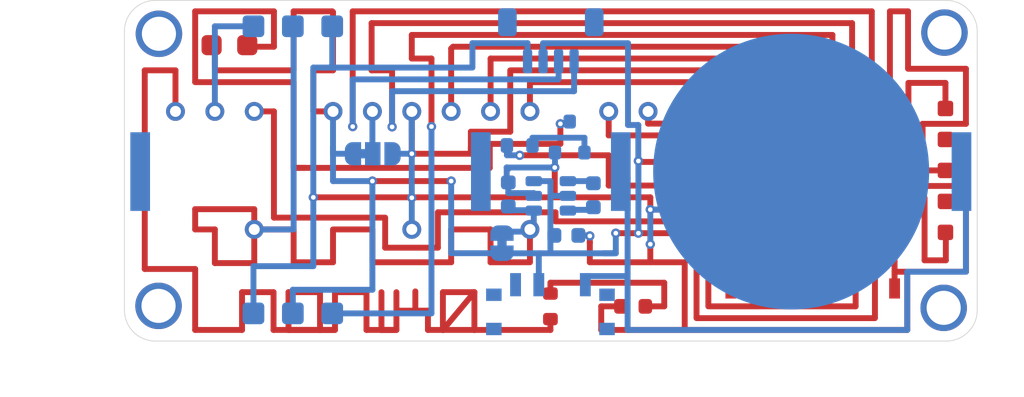
<source format=kicad_pcb>
(kicad_pcb (version 20240108) (generator "pcbnew") (generator_version "8.0")
  (title_block (title "Nick's Original Name Indicator Knicknack (v0)"))
  (layers (0 "F.Cu" signal) (31 "B.Cu" signal) (34 "B.Paste" user) (35 "F.Paste" user) (36 "B.SilkS" user "B.Silkscreen") (37 "F.SilkS" user "F.Silkscreen") (38 "B.Mask" user) (39 "F.Mask" user) (44 "Edge.Cuts" user))
  (net 0 "")
  (net 1 "CE")
  (net 2 "GND")
  (net 3 "DIN")
  (net 4 "Net-(BT1-+)")
  (net 5 "BL")
  (net 6 "RS")
  (net 7 "CLK")
  (net 8 "UPDI")
  (net 9 "VCC")
  (net 10 "BTN1")
  (net 11 "BTN2")
  (net 13 "DOUT")
  (net 14 "SCL")
  (net 15 "SDA")
  (net 16 "RESET")
  (net 18 "Net-(BZ1--)")
  (net 19 "Net-(D1-A)")
  (net 20 "BUZZ")
  (net 21 "Net-(U3-C+)")
  (net 22 "Net-(U3-C-)")
  (net 23 "Vled")
  (net 24 "OSC")
  (net 25 "Net-(JP2-C)")
  (net 26 "Net-(Q1-B)")
  (footprint "NONIK0:SW_SPST_PTS526_JLeads" (layer "F.Cu") (at 90.7034 33.8836 90)
    (property "Reference" "SW3" (hide yes))
    (property "Value" "SW_Push")
    (pad "1" smd rect (at -2.35 -1.85 90) (size 1.3 0.7) (layers "F.Cu" "F.Paste" "F.Mask") (net 11 "BTN2"))
    (pad "1" smd rect (at 2.35 -1.85 90) (size 1.3 0.7) (layers "F.Cu" "F.Paste" "F.Mask") (net 11 "BTN2"))
    (pad "2" smd rect (at -2.35 1.85 90) (size 1.3 0.7) (layers "F.Cu" "F.Paste" "F.Mask") (net 2 "GND"))
    (pad "2" smd rect (at 2.35 1.85 90) (size 1.3 0.7) (layers "F.Cu" "F.Paste" "F.Mask") (net 2 "GND"))
  )
  (footprint "NONIK0:Pads_1x5_1mm" (layer "F.Cu") (at 95.8342 28.6116 -90)
    (property "Reference" "J3" (hide yes))
    (property "Value" "Test Pads" (hide yes))
    (pad "1" smd roundrect (at -4 0 270) (size 1 1) (layers "F.Cu" "F.Mask") (roundrect_rratio 0.1785714286) (net 14 "SCL"))
    (pad "2" smd roundrect (at -2 0 270) (size 1 1) (layers "F.Cu" "F.Mask") (roundrect_rratio 0.1785714286) (net 3 "DIN"))
    (pad "3" smd roundrect (at 0 0 270) (size 1 1) (layers "F.Cu" "F.Mask") (roundrect_rratio 0.1785714286) (net 15 "SDA"))
    (pad "4" smd roundrect (at 2 0 270) (size 1 1) (layers "F.Cu" "F.Mask") (roundrect_rratio 0.1785714286) (net 2 "GND"))
    (pad "5" smd roundrect (at 4 0 270) (size 1 1) (layers "F.Cu" "F.Mask") (roundrect_rratio 0.1785714286) (net 9 "VCC"))
  )
  (footprint "NONIK0:R_0603_1608Metric" (layer "F.Cu") (at 70.358 37.3888 -90)
    (property "Reference" "R1" (hide yes))
    (property "Value" "1k")
    (pad "1" smd roundrect (at -0.825 0 270) (size 0.8 0.95) (layers "F.Cu" "F.Paste" "F.Mask") (net 19 "Net-(D1-A)"))
    (pad "2" smd roundrect (at 0.825 0 270) (size 0.8 0.95) (layers "F.Cu" "F.Paste" "F.Mask") (net 13 "DOUT"))
  )
  (footprint "NONIK0:MountingHole_Custom" (layer "F.Cu") (at 45.1104 19.7884)
    (property "Reference" "H1" (hide yes))
    (property "Value" "MountingHole")
    (pad "1" thru_hole circle (at 0 0) (size 3 3) (drill 2.2) (layers "*.Cu" "*.Mask"))
  )
  (footprint "NONIK0:CMT-322-65-SMT-TR" (layer "F.Cu") (at 49.657 20.5232 90)
    (property "Reference" "BZ1" (hide yes))
    (property "Value" "Buzzer")
    (pad "1" smd roundrect (at 0 -1.15 90) (size 1.3 1.3) (layers "F.Cu" "F.Paste" "F.Mask") (net 9 "VCC"))
    (pad "2" smd roundrect (at 0 1.15 90) (size 1.3 1.3) (layers "F.Cu" "F.Paste" "F.Mask") (net 18 "Net-(BZ1--)"))
  )
  (footprint "NONIK0:MountingHole_Custom" (layer "F.Cu") (at 45.085 37.3586)
    (property "Reference" "H2" (hide yes))
    (property "Value" "MountingHole")
    (pad "1" thru_hole circle (at 0 0) (size 3 3) (drill 2.2) (layers "*.Cu" "*.Mask"))
  )
  (footprint "NONIK0:HCMS-291X" (layer "F.Cu") (at 61.4172 28.6116)
    (property "Reference" "U1" (hide yes))
    (property "Value" "LED_HCMS-2915")
    (pad "3" thru_hole circle (at -10.16 3.81) (size 1.218 1.218) (drill 0.71) (layers "*.Cu" "*.Mask") (net 23 "Vled"))
    (pad "7" thru_hole circle (at 0 3.81) (size 1.218 1.218) (drill 0.71) (layers "*.Cu" "*.Mask") (net 2 "GND"))
    (pad "10" thru_hole circle (at 7.62 3.81) (size 1.218 1.218) (drill 0.71) (layers "*.Cu" "*.Mask") (net 23 "Vled"))
    (pad "14" thru_hole circle (at 15.24 -3.81) (size 1.218 1.218) (drill 0.71) (layers "*.Cu" "*.Mask") (net 3 "DIN"))
    (pad "15" thru_hole circle (at 12.7 -3.81) (size 1.218 1.218) (drill 0.71) (layers "*.Cu" "*.Mask") (net 6 "RS"))
    (pad "17" thru_hole circle (at 7.62 -3.81) (size 1.218 1.218) (drill 0.71) (layers "*.Cu" "*.Mask") (net 7 "CLK"))
    (pad "18" thru_hole circle (at 5.08 -3.81) (size 1.218 1.218) (drill 0.71) (layers "*.Cu" "*.Mask") (net 1 "CE"))
    (pad "19" thru_hole circle (at 2.54 -3.81) (size 1.218 1.218) (drill 0.71) (layers "*.Cu" "*.Mask") (net 5 "BL"))
    (pad "20" thru_hole circle (at 0 -3.81) (size 1.218 1.218) (drill 0.71) (layers "*.Cu" "*.Mask") (net 2 "GND"))
    (pad "21" thru_hole circle (at -2.54 -3.81) (size 1.218 1.218) (drill 0.71) (layers "*.Cu" "*.Mask") (net 25 "Net-(JP2-C)"))
    (pad "22" thru_hole circle (at -5.08 -3.81) (size 1.218 1.218) (drill 0.71) (layers "*.Cu" "*.Mask") (net 9 "VCC"))
    (pad "24" thru_hole circle (at -10.16 -3.81) (size 1.218 1.218) (drill 0.71) (layers "*.Cu" "*.Mask") (net 16 "RESET"))
    (pad "25" thru_hole circle (at -12.7 -3.81) (size 1.218 1.218) (drill 0.71) (layers "*.Cu" "*.Mask") (net 24 "OSC"))
    (pad "26" thru_hole circle (at -15.24 -3.81) (size 1.218 1.218) (drill 0.71) (layers "*.Cu" "*.Mask") (net 13 "DOUT"))
  )
  (footprint "NONIK0:MountingHole_Custom" (layer "F.Cu") (at 95.7712 19.7122)
    (property "Reference" "H3" (hide yes))
    (property "Value" "MountingHole")
    (pad "1" thru_hole circle (at 0 0) (size 3 3) (drill 2.2) (layers "*.Cu" "*.Mask"))
  )
  (footprint "NONIK0:SW_SPST_PTS526_JLeads" (layer "F.Cu") (at 83.8454 33.8836 -90)
    (property "Reference" "SW2" (hide yes))
    (property "Value" "SW_Push")
    (pad "1" smd rect (at -2.35 -1.85 270) (size 1.3 0.7) (layers "F.Cu" "F.Paste" "F.Mask") (net 10 "BTN1"))
    (pad "1" smd rect (at 2.35 -1.85 270) (size 1.3 0.7) (layers "F.Cu" "F.Paste" "F.Mask") (net 10 "BTN1"))
    (pad "2" smd rect (at -2.35 1.85 270) (size 1.3 0.7) (layers "F.Cu" "F.Paste" "F.Mask") (net 2 "GND"))
    (pad "2" smd rect (at 2.35 1.85 270) (size 1.3 0.7) (layers "F.Cu" "F.Paste" "F.Mask") (net 2 "GND"))
  )
  (footprint "NONIK0:MountingHole_Custom" (layer "F.Cu") (at 95.7204 37.4856)
    (property "Reference" "H4" (hide yes))
    (property "Value" "MountingHole")
    (pad "1" thru_hole circle (at 0 0) (size 3 3) (drill 2.2) (layers "*.Cu" "*.Mask"))
  )
  (footprint "NONIK0:LED_0603_1608Metric" (layer "F.Cu") (at 75.692 37.3888)
    (property "Reference" "D1" (hide yes))
    (property "Value" "LED")
    (pad "1" smd roundrect (at -0.7875 0) (size 0.875 0.95) (layers "F.Cu" "F.Paste" "F.Mask") (net 2 "GND"))
    (pad "2" smd roundrect (at 0.7875 0) (size 0.875 0.95) (layers "F.Cu" "F.Paste" "F.Mask") (net 19 "Net-(D1-A)"))
  )
  (footprint "NONIK0:SOIC-14_3.9x8.7mm_P1.27mm" (layer "F.Cu") (at 87.2744 25.589 90)
    (property "Reference" "U2" (hide yes))
    (property "Value" "ATtiny1604-SS")
    (pad "1" smd roundrect (at -2.475 -3.81 90) (size 1.95 0.6) (layers "F.Cu" "F.Paste" "F.Mask") (net 9 "VCC"))
    (pad "2" smd roundrect (at -2.475 -2.54 90) (size 1.95 0.6) (layers "F.Cu" "F.Paste" "F.Mask") (net 6 "RS"))
    (pad "3" smd roundrect (at -2.475 -1.27 90) (size 1.95 0.6) (layers "F.Cu" "F.Paste" "F.Mask") (net 20 "BUZZ"))
    (pad "4" smd roundrect (at -2.475 0 90) (size 1.95 0.6) (layers "F.Cu" "F.Paste" "F.Mask") (net 3 "DIN"))
    (pad "5" smd roundrect (at -2.475 1.27 90) (size 1.95 0.6) (layers "F.Cu" "F.Paste" "F.Mask") (net 10 "BTN1"))
    (pad "6" smd roundrect (at -2.475 2.54 90) (size 1.95 0.6) (layers "F.Cu" "F.Paste" "F.Mask") (net 11 "BTN2"))
    (pad "7" smd roundrect (at -2.475 3.81 90) (size 1.95 0.6) (layers "F.Cu" "F.Paste" "F.Mask") (net 16 "RESET"))
    (pad "8" smd roundrect (at 2.475 3.81 90) (size 1.95 0.6) (layers "F.Cu" "F.Paste" "F.Mask") (net 15 "SDA"))
    (pad "9" smd roundrect (at 2.475 2.54 90) (size 1.95 0.6) (layers "F.Cu" "F.Paste" "F.Mask") (net 14 "SCL"))
    (pad "10" smd roundrect (at 2.475 1.27 90) (size 1.95 0.6) (layers "F.Cu" "F.Paste" "F.Mask") (net 8 "UPDI"))
    (pad "11" smd roundrect (at 2.475 0 90) (size 1.95 0.6) (layers "F.Cu" "F.Paste" "F.Mask") (net 5 "BL"))
    (pad "12" smd roundrect (at 2.475 -1.27 90) (size 1.95 0.6) (layers "F.Cu" "F.Paste" "F.Mask") (net 1 "CE"))
    (pad "13" smd roundrect (at 2.475 -2.54 90) (size 1.95 0.6) (layers "F.Cu" "F.Paste" "F.Mask") (net 7 "CLK"))
    (pad "14" smd roundrect (at 2.475 -3.81 90) (size 1.95 0.6) (layers "F.Cu" "F.Paste" "F.Mask") (net 2 "GND"))
  )
  (footprint "NONIK0:SW_SPDT_PCM12" (layer "B.Cu") (at 70.3594 37.42075 180)
    (property "Reference" "SW1" (hide yes))
    (property "Value" "SW_SPST")
    (pad "" smd rect (at -3.65 -1.43 180) (size 1 0.8) (layers "B.Cu" "B.Paste" "B.Mask"))
    (pad "" smd rect (at -3.65 0.78 180) (size 1 0.8) (layers "B.Cu" "B.Paste" "B.Mask"))
    (pad "" np_thru_hole circle (at -1.5 -0.33 180) (size 0.9 0.9) (drill 0.9) (layers "*.Cu" "*.Mask"))
    (pad "" np_thru_hole circle (at 1.5 -0.33 180) (size 0.9 0.9) (drill 0.9) (layers "*.Cu" "*.Mask"))
    (pad "" smd rect (at 3.65 -1.43 180) (size 1 0.8) (layers "B.Cu" "B.Paste" "B.Mask"))
    (pad "" smd rect (at 3.65 0.78 180) (size 1 0.8) (layers "B.Cu" "B.Paste" "B.Mask"))
    (pad "1" smd rect (at -2.25 1.43 180) (size 0.7 1.5) (layers "B.Cu" "B.Paste" "B.Mask") (net 4 "Net-(BT1-+)"))
    (pad "2" smd rect (at 0.75 1.43 180) (size 0.7 1.5) (layers "B.Cu" "B.Paste" "B.Mask") (net 9 "VCC"))
    (pad "3" smd rect (at 2.25 1.43 180) (size 0.7 1.5) (layers "B.Cu" "B.Paste" "B.Mask"))
  )
  (footprint "NONIK0:SpareBatteryHolder_Keystone_3034_1x20mm" (layer "B.Cu") (at 54.885558 28.6878 180)
    (property "Reference" "BT2" (hide yes))
    (property "Value" "Battery_Cell")
    (pad "1" smd rect (at -10.985 0 180) (size 1.27 5.08) (layers "B.Cu" "B.Paste" "B.Mask"))
    (pad "2" smd rect (at 10.985 0 180) (size 1.27 5.08) (layers "B.Cu" "B.Paste" "B.Mask"))
  )
  (footprint "NONIK0:SOT-23-SmallerCourtyard" (layer "B.Cu") (at 71.6026 26.457399 90)
    (property "Reference" "Q1" (hide yes))
    (property "Value" "S8050" (hide yes))
    (pad "1" smd roundrect (at -0.999999 -0.95 90) (size 0.9 0.8) (layers "B.Cu" "B.Paste" "B.Mask") (net 2 "GND"))
    (pad "2" smd roundrect (at -1.000001 0.95 90) (size 0.9 0.8) (layers "B.Cu" "B.Paste" "B.Mask") (net 26 "Net-(Q1-B)"))
    (pad "3" smd roundrect (at 1.000001 0 90) (size 0.9 0.8) (layers "B.Cu" "B.Paste" "B.Mask") (net 18 "Net-(BZ1--)"))
  )
  (footprint "NONIK0:Pads_1x3_2.54mm" (layer "B.Cu") (at 51.2064 19.304)
    (property "Reference" "J4" (hide yes))
    (property "Value" "Test Pads" (hide yes))
    (pad "1" smd roundrect (at 0 0) (size 1.4 1.4) (layers "B.Cu" "B.Mask") (roundrect_rratio 0.1785714286) (net 24 "OSC"))
    (pad "2" smd roundrect (at 2.54 0) (size 1.4 1.4) (layers "B.Cu" "B.Mask") (roundrect_rratio 0.1785714286) (net 23 "Vled"))
    (pad "3" smd roundrect (at 5.080001 -0.000001) (size 1.4 1.4) (layers "B.Cu" "B.Mask") (roundrect_rratio 0.1785714286) (net 2 "GND"))
  )
  (footprint "NONIK0:BatteryHolder_Keystone_3034_1x20mm" (layer "B.Cu") (at 85.883242 28.6878 180)
    (property "Reference" "BT1" (hide yes))
    (property "Value" "Battery_Cell")
    (pad "1" smd rect (at -10.985 0 180) (size 1.27 5.08) (layers "B.Cu" "B.Paste" "B.Mask") (net 4 "Net-(BT1-+)"))
    (pad "1" smd rect (at 10.985 0 180) (size 1.27 5.08) (layers "B.Cu" "B.Paste" "B.Mask") (net 4 "Net-(BT1-+)"))
    (pad "2" smd circle (at 0 0 180) (size 17.8 17.8) (layers "B.Cu" "B.Mask") (net 2 "GND"))
  )
  (footprint "NONIK0:SolderJumper-2_P1.3mm_Bridged_RoundedPad1.0x1.5mm" (layer "B.Cu") (at 67.233798 33.309799 -90)
    (property "Reference" "JP1" (hide yes))
    (property "Value" "SolderJumper_2_Bridged")
    (fp_poly (pts (xy 0.25 0.3) (xy -0.25 0.3) (xy -0.25 -0.3) (xy 0.25 -0.3)) (fill solid) (layer "B.Cu"))
    (pad "1" smd custom (at -0.65 0 270) (size 1 0.5) (layers "B.Cu" "B.Mask") (net 23 "Vled") (options (clearance outline) (anchor rect)) (primitives (gr_circle (center 0 -0.25) (end 0.5 -0.25) (width 0) (fill yes)) (gr_circle (center 0 0.25) (end 0.5 0.25) (width 0) (fill yes)) (gr_poly (pts (xy 0.5 -0.75) (xy 0 -0.75) (xy 0 0.75) (xy 0.5 0.75)) (width 0) (fill yes))))
    (pad "2" smd custom (at 0.65 0 270) (size 1 0.5) (layers "B.Cu" "B.Mask") (net 9 "VCC") (options (clearance outline) (anchor rect)) (primitives (gr_circle (center 0 -0.25) (end 0.5 -0.25) (width 0) (fill yes)) (gr_circle (center 0 0.25) (end 0.5 0.25) (width 0) (fill yes)) (gr_poly (pts (xy 0 -0.75) (xy -0.5 -0.75) (xy -0.5 0.75) (xy 0 0.75)) (width 0) (fill yes))))
  )
  (footprint "NONIK0:Pads_1x3_2.54mm" (layer "B.Cu") (at 56.2864 37.843 180)
    (property "Reference" "J1" (hide yes))
    (property "Value" "AVR-UPDI-3" (hide yes))
    (pad "1" smd roundrect (at 0 0 180) (size 1.4 1.4) (layers "B.Cu" "B.Mask") (roundrect_rratio 0.1785714286) (net 8 "UPDI"))
    (pad "2" smd roundrect (at 2.54 0 180) (size 1.4 1.4) (layers "B.Cu" "B.Mask") (roundrect_rratio 0.1785714286) (net 9 "VCC"))
    (pad "3" smd roundrect (at 5.080001 -0.000001 180) (size 1.4 1.4) (layers "B.Cu" "B.Mask") (roundrect_rratio 0.1785714286) (net 2 "GND"))
  )
  (footprint "NONIK0:C_0603_1608Metric" (layer "B.Cu") (at 71.3864 32.807399 180)
    (property "Reference" "C1" (hide yes))
    (property "Value" "10u")
    (pad "1" smd roundrect (at -0.775 0 180) (size 0.9 0.95) (layers "B.Cu" "B.Paste" "B.Mask") (net 2 "GND"))
    (pad "2" smd roundrect (at 0.775 0 180) (size 0.9 0.95) (layers "B.Cu" "B.Paste" "B.Mask") (net 9 "VCC"))
  )
  (footprint "NONIK0:C_0603_1608Metric" (layer "B.Cu") (at 67.6402 30.1622 -90)
    (property "Reference" "C3" (hide yes))
    (property "Value" "10u")
    (pad "1" smd roundrect (at -0.775 0 270) (size 0.9 0.95) (layers "B.Cu" "B.Paste" "B.Mask") (net 2 "GND"))
    (pad "2" smd roundrect (at 0.775 0 270) (size 0.9 0.95) (layers "B.Cu" "B.Paste" "B.Mask") (net 23 "Vled"))
  )
  (footprint "NONIK0:C_0603_1608Metric" (layer "B.Cu") (at 73.1266 30.216599 90)
    (property "Reference" "C2" (hide yes))
    (property "Value" "1u")
    (pad "1" smd roundrect (at -0.775 0 90) (size 0.9 0.95) (layers "B.Cu" "B.Paste" "B.Mask") (net 21 "Net-(U3-C+)"))
    (pad "2" smd roundrect (at 0.775 0 90) (size 0.9 0.95) (layers "B.Cu" "B.Paste" "B.Mask") (net 22 "Net-(U3-C-)"))
  )
  (footprint "NONIK0:JST_SH_4P_No Silkscreen" (layer "B.Cu") (at 70.3844 20.2396 180)
    (property "Reference" "J2" (hide yes))
    (property "Value" "Qwiic/Stemma QT")
    (pad "1" smd roundrect (at -1.5 -1.325 180) (size 0.6 1.55) (layers "B.Cu" "B.Paste" "B.Mask") (net 14 "SCL"))
    (pad "2" smd roundrect (at -0.5 -1.325 180) (size 0.6 1.55) (layers "B.Cu" "B.Paste" "B.Mask") (net 15 "SDA"))
    (pad "3" smd roundrect (at 0.5 -1.325 180) (size 0.6 1.55) (layers "B.Cu" "B.Paste" "B.Mask") (net 9 "VCC"))
    (pad "4" smd roundrect (at 1.5 -1.325 180) (size 0.6 1.55) (layers "B.Cu" "B.Paste" "B.Mask") (net 2 "GND"))
    (pad "MP" smd roundrect (at -2.8 1.2 180) (size 1.2 1.8) (layers "B.Cu" "B.Paste" "B.Mask") (roundrect_rratio 0.208333))
    (pad "MP" smd roundrect (at 2.8 1.2 180) (size 1.2 1.8) (layers "B.Cu" "B.Paste" "B.Mask") (roundrect_rratio 0.208333))
  )
  (footprint "NONIK0:SolderJumper-3_P1.3mm_Bridged12_RoundedPad1.0x1.5mm" (layer "B.Cu") (at 58.9 27.5336)
    (property "Reference" "JP2" (hide yes))
    (property "Value" "SolderJumper_3_Bridged12")
    (fp_poly (pts (xy -0.899999 0.3) (xy -0.4 0.3) (xy -0.4 -0.3) (xy -0.900001 -0.300002)) (fill solid) (layer "B.Cu"))
    (pad "1" smd custom (at -1.300001 0) (size 1 0.5) (layers "B.Cu" "B.Mask") (net 9 "VCC") (options (clearance outline) (anchor rect)) (primitives (gr_circle (center 0 -0.25) (end 0.5 -0.25) (width 0) (fill yes)) (gr_circle (center 0 0.25) (end 0.5 0.25) (width 0) (fill yes)) (gr_poly (pts (xy 0.55 -0.75) (xy 0 -0.75) (xy 0 0.75) (xy 0.55 0.75)) (width 0) (fill yes))))
    (pad "2" smd rect (at 0 0) (size 1 1.5) (layers "B.Cu" "B.Mask") (net 25 "Net-(JP2-C)"))
    (pad "3" smd custom (at 1.300001 0) (size 1 0.5) (layers "B.Cu" "B.Mask") (net 2 "GND") (options (clearance outline) (anchor rect)) (primitives (gr_circle (center 0 -0.25) (end 0.5 -0.25) (width 0) (fill yes)) (gr_circle (center 0 0.25) (end 0.5 0.25) (width 0) (fill yes)) (gr_poly (pts (xy 0 -0.75) (xy -0.55 -0.75) (xy -0.55 0.75) (xy 0 0.75)) (width 0) (fill yes))))
  )
  (footprint "NONIK0:R_0603_1608Metric" (layer "B.Cu") (at 68.3768 27.0002 180)
    (property "Reference" "R2" (hide yes))
    (property "Value" "180")
    (pad "1" smd roundrect (at -0.825 0 180) (size 0.8 0.95) (layers "B.Cu" "B.Paste" "B.Mask") (net 26 "Net-(Q1-B)"))
    (pad "2" smd roundrect (at 0.825 0 180) (size 0.8 0.95) (layers "B.Cu" "B.Paste" "B.Mask") (net 20 "BUZZ"))
  )
  (footprint "NONIK0:SOT-23-6" (layer "B.Cu") (at 70.3844 30.254699)
    (property "Reference" "U3" (hide yes))
    (property "Value" "AP3602A" (hide yes))
    (pad "1" smd roundrect (at -1.1 0.95) (size 1.06 0.65) (layers "B.Cu" "B.Paste" "B.Mask") (net 23 "Vled"))
    (pad "2" smd roundrect (at -1.1 0) (size 1.06 0.65) (layers "B.Cu" "B.Paste" "B.Mask") (net 2 "GND"))
    (pad "3" smd roundrect (at -1.1 -0.95) (size 1.06 0.65) (layers "B.Cu" "B.Paste" "B.Mask") (net 9 "VCC"))
    (pad "4" smd roundrect (at 1.1 -0.95) (size 1.06 0.65) (layers "B.Cu" "B.Paste" "B.Mask") (net 22 "Net-(U3-C-)"))
    (pad "5" smd roundrect (at 1.1 0) (size 1.06 0.65) (layers "B.Cu" "B.Paste" "B.Mask") (net 9 "VCC"))
    (pad "6" smd roundrect (at 1.1 0.95) (size 1.06 0.65) (layers "B.Cu" "B.Paste" "B.Mask") (net 21 "Net-(U3-C+)"))
  )
  (gr_line (start 44.8844 39.632) (end 95.8844 39.632) (stroke (width 0.05)) (layer "Edge.Cuts"))
  (gr_arc (start 44.8844 39.632) (mid 43.470186 39.046214) (end 42.8844 37.632) (stroke (width 0.05)) (layer "Edge.Cuts"))
  (gr_line (start 97.8844 19.632) (end 97.8844 37.632) (stroke (width 0.05)) (layer "Edge.Cuts"))
  (gr_arc (start 42.8844 19.632) (mid 43.470186 18.217786) (end 44.8844 17.632) (stroke (width 0.05)) (layer "Edge.Cuts"))
  (gr_arc (start 97.8844 37.632) (mid 97.298614 39.046214) (end 95.8844 39.632) (stroke (width 0.05)) (layer "Edge.Cuts"))
  (gr_line (start 44.8844 17.632) (end 95.8844 17.632) (stroke (width 0.05)) (layer "Edge.Cuts"))
  (gr_arc (start 95.8844 17.632) (mid 97.298614 18.217786) (end 97.8844 19.632) (stroke (width 0.05)) (layer "Edge.Cuts"))
  (gr_line (start 42.8844 19.632) (end 42.8844 37.632) (stroke (width 0.05)) (layer "Edge.Cuts"))
  (segment (start 86.0044 21.3868) (end 66.5 21.3868) (width 0.381) (layer "F.Cu") (net 1))
  (segment (start 66.5 24.8016) (end 66.4972 24.8016) (width 0.381) (layer "F.Cu") (net 1))
  (segment (start 66.5 21.3868) (end 66.5 24.8016) (width 0.381) (layer "F.Cu") (net 1))
  (segment (start 86.0044 23.114) (end 86.0044 21.3868) (width 0.381) (layer "F.Cu") (net 1))
  (segment (start 67.818 22.1488) (end 81.8502 22.1488) (width 0.381) (layer "F.Cu") (net 2))
  (segment (start 61.4172 27.3558) (end 61.4426 27.3558) (width 0.381) (layer "F.Cu") (net 2))
  (segment (start 95.8342 30.607) (end 95.8342 30.6116) (width 0.381) (layer "F.Cu") (net 2))
  (segment (start 72.9 33.273902) (end 72.9 34.544) (width 0.381) (layer "F.Cu") (net 2))
  (segment (start 81.8502 22.1488) (end 81.8502 23.1) (width 0.381) (layer "F.Cu") (net 2))
  (segment (start 65.2272 27.3558) (end 65.2272 27.1272) (width 0.381) (layer "F.Cu") (net 2))
  (segment (start 93.345 35.1536) (end 97.155 35.1536) (width 0.381) (layer "F.Cu") (net 2))
  (segment (start 81.9954 35.990798) (end 81.9954 31.290799) (width 0.381) (layer "F.Cu") (net 2))
  (segment (start 79.0194 38.862) (end 79.0194 34.544) (width 0.381) (layer "F.Cu") (net 2))
  (segment (start 79.0194 34.544) (end 76.8 34.544) (width 0.381) (layer "F.Cu") (net 2))
  (segment (start 65.2272 27.1272) (end 65.2272 26.1112) (width 0.381) (layer "F.Cu") (net 2))
  (segment (start 72.898 32.8422) (end 72.898 33.273902) (width 0.381) (layer "F.Cu") (net 2))
  (segment (start 92.553399 36.2336) (end 92.553399 31.533601) (width 0.381) (layer "F.Cu") (net 2))
  (segment (start 65.2272 27.5336) (end 65.2272 27.1272) (width 0.381) (layer "F.Cu") (net 2))
  (segment (start 95.5756 30.353) (end 95.8342 30.6116) (width 0.381) (layer "F.Cu") (net 2))
  (segment (start 81.9954 31.290799) (end 81.995401 31.290799) (width 0.381) (layer "F.Cu") (net 2))
  (segment (start 73.6346 37.388798) (end 73.6346 38.9128) (width 0.381) (layer "F.Cu") (net 2))
  (segment (start 65.2272 26.1112) (end 67.7672 26.1112) (width 0.381) (layer "F.Cu") (net 2))
  (segment (start 81.9954 31.5336) (end 81.9954 31.0896) (width 0.381) (layer "F.Cu") (net 2))
  (segment (start 92.553399 35.9156) (end 92.553399 36.2336) (width 0.381) (layer "F.Cu") (net 2))
  (segment (start 55.0672 30.35) (end 76.8 30.35) (width 0.381) (layer "F.Cu") (net 2))
  (segment (start 74.904497 37.388798) (end 73.6346 37.388798) (width 0.381) (layer "F.Cu") (net 2))
  (segment (start 70.6374 28.4226) (end 70.6374 30.35) (width 0.381) (layer "F.Cu") (net 2))
  (segment (start 73.6346 38.9128) (end 93.3704 38.9128) (width 0.381) (layer "F.Cu") (net 2))
  (segment (start 83.4504 23.1) (end 83.4644 23.114) (width 0.381) (layer "F.Cu") (net 2))
  (segment (start 93.3704 35.179) (end 93.345 35.1536) (width 0.381) (layer "F.Cu") (net 2))
  (segment (start 97.155 30.6116) (end 95.8342 30.6116) (width 0.381) (layer "F.Cu") (net 2))
  (segment (start 76.8 31.1404) (end 76.8 30.35) (width 0.381) (layer "F.Cu") (net 2))
  (segment (start 76.8 33.3756) (end 76.8 34.544) (width 0.381) (layer "F.Cu") (net 2))
  (segment (start 92.5534 35.990799) (end 92.553399 35.990799) (width 0.381) (layer "F.Cu") (net 2))
  (segment (start 92.553399 31.533601) (end 92.5534 31.533601) (width 0.381) (layer "F.Cu") (net 2))
  (segment (start 72.898 33.273902) (end 72.9 33.273902) (width 0.381) (layer "F.Cu") (net 2))
  (segment (start 97.155 35.1536) (end 97.155 30.6116) (width 0.381) (layer "F.Cu") (net 2))
  (segment (start 81.9954 31.1404) (end 81.9954 31.5336) (width 0.381) (layer "F.Cu") (net 2))
  (segment (start 76.8 31.1404) (end 81.9954 31.1404) (width 0.381) (layer "F.Cu") (net 2))
  (segment (start 67.7672 26.1112) (end 67.7672 22.1488) (width 0.381) (layer "F.Cu") (net 2))
  (segment (start 72.9 34.544) (end 76.8 34.544) (width 0.381) (layer "F.Cu") (net 2))
  (segment (start 95.8342 30.6116) (end 95.8342 30.6324) (width 0.381) (layer "F.Cu") (net 2))
  (segment (start 93.3704 38.9128) (end 93.3704 35.179) (width 0.381) (layer "F.Cu") (net 2))
  (segment (start 61.4172 24.8016) (end 61.4172 27.3558) (width 0.381) (layer "F.Cu") (net 2))
  (segment (start 93.345 35.1536) (end 92.553399 35.1536) (width 0.381) (layer "F.Cu") (net 2))
  (segment (start 81.8502 23.1) (end 83.4504 23.1) (width 0.381) (layer "F.Cu") (net 2))
  (segment (start 61.4172 27.5336) (end 65.2272 27.5336) (width 0.381) (layer "F.Cu") (net 2))
  (via (at 76.8 33.3756) (size 0.6) (drill 0.3) (layers "F.Cu" "B.Cu") (net 2))
  (via (at 76.8 31.1404) (size 0.6) (drill 0.3) (layers "F.Cu" "B.Cu") (net 2))
  (via (at 72.898 32.8422) (size 0.6) (drill 0.3) (layers "F.Cu" "B.Cu") (net 2))
  (via (at 61.4172 27.5336) (size 0.6) (drill 0.3) (layers "F.Cu" "B.Cu") (net 2))
  (via (at 61.4172 30.3784) (size 0.6) (drill 0.3) (layers "F.Cu" "B.Cu") (net 2))
  (via (at 55.0672 30.35) (size 0.6) (drill 0.3) (layers "F.Cu" "B.Cu") (net 2))
  (via (at 70.6374 28.4226) (size 0.6) (drill 0.3) (layers "F.Cu" "B.Cu") (net 2))
  (segment (start 85.9536 33.147) (end 85.9536 28.6878) (width 0.381) (layer "B.Cu") (net 2))
  (segment (start 55.0672 34.795) (end 51.206399 34.795) (width 0.381) (layer "B.Cu") (net 2))
  (segment (start 76.8 31.1404) (end 76.8 33.3756) (width 0.381) (layer "B.Cu") (net 2))
  (segment (start 60.200001 27.5336) (end 61.4172 27.5336) (width 0.381) (layer "B.Cu") (net 2))
  (segment (start 68.8844 20.3962) (end 65.3288 20.3962) (width 0.381) (layer "B.Cu") (net 2))
  (segment (start 61.4172 26.0096) (end 61.4172 26.5684) (width 0.381) (layer "B.Cu") (net 2))
  (segment (start 56.261 19.304) (end 56.2864 19.304) (width 0.381) (layer "B.Cu") (net 2))
  (segment (start 70.6526 28.4226) (end 67.5386 28.4226) (width 0.381) (layer "B.Cu") (net 2))
  (segment (start 67.5386 28.4226) (end 67.6402 28.5242) (width 0.381) (layer "B.Cu") (net 2))
  (segment (start 65.3288 20.3962) (end 65.3288 21.9) (width 0.381) (layer "B.Cu") (net 2))
  (segment (start 76.8 31.1404) (end 85.883242 31.1404) (width 0.381) (layer "B.Cu") (net 2))
  (segment (start 67.5386 28.4226) (end 67.5386 29.3872) (width 0.381) (layer "B.Cu") (net 2))
  (segment (start 67.6402 30.0736) (end 69.2844 30.0736) (width 0.381) (layer "B.Cu") (net 2))
  (segment (start 68.8844 21.438108) (end 68.8844 20.3962) (width 0.381) (layer "B.Cu") (net 2))
  (segment (start 85.9536 28.6878) (end 85.9536 37.019) (width 0.381) (layer "B.Cu") (net 2))
  (segment (start 70.6526 27.457398) (end 70.6526 28.4226) (width 0.381) (layer "B.Cu") (net 2))
  (segment (start 56.286401 19.303999) (end 56.286401 21.828999) (width 0.381) (layer "B.Cu") (net 2))
  (segment (start 85.9536 20.1676) (end 85.9536 28.6878) (width 0.381) (layer "B.Cu") (net 2))
  (segment (start 61.4172 27.5) (end 61.4172 30.3784) (width 0.381) (layer "B.Cu") (net 2))
  (segment (start 69.2844 30.0736) (end 69.2844 30.254699) (width 0.381) (layer "B.Cu") (net 2))
  (segment (start 72.1614 32.807399) (end 72.9 32.807399) (width 0.381) (layer "B.Cu") (net 2))
  (segment (start 56.286401 19.303999) (end 56.3626 19.303999) (width 0.381) (layer "B.Cu") (net 2))
  (segment (start 61.4172 24.8016) (end 61.4172 26.0096) (width 0.381) (layer "B.Cu") (net 2))
  (segment (start 76.8 33.3756) (end 76.9 33.3756) (width 0.381) (layer "B.Cu") (net 2))
  (segment (start 55.0672 30.1356) (end 55.0672 34.795) (width 0.381) (layer "B.Cu") (net 2))
  (segment (start 67.5386 29.3872) (end 67.6402 29.3872) (width 0.381) (layer "B.Cu") (net 2))
  (segment (start 85.883242 31.1404) (end 85.883242 28.6878) (width 0.381) (layer "B.Cu") (net 2))
  (segment (start 55.0672 21.971) (end 65.3288 21.971) (width 0.381) (layer "B.Cu") (net 2))
  (segment (start 67.6402 29.3872) (end 67.6402 30.0736) (width 0.381) (layer "B.Cu") (net 2))
  (segment (start 85.883242 33.4264) (end 85.883242 28.6878) (width 0.381) (layer "B.Cu") (net 2))
  (segment (start 61.4172 24.8016) (end 61.4172 27.5) (width 0.381) (layer "B.Cu") (net 2))
  (segment (start 61.4172 30.3784) (end 61.4172 32.4216) (width 0.381) (layer "B.Cu") (net 2))
  (segment (start 55.0672 30.35) (end 55.0672 21.971) (width 0.381) (layer "B.Cu") (net 2))
  (segment (start 51.206399 34.795) (end 51.206399 37.843001) (width 0.381) (layer "B.Cu") (net 2))
  (segment (start 56.286401 21.828999) (end 56.2154 21.9) (width 0.381) (layer "B.Cu") (net 2))
  (segment (start 95.8342 26.6116) (end 95.8342 26.543) (width 0.381) (layer "F.Cu") (net 3))
  (segment (start 97.1042 29.591) (end 97.0788 29.6164) (width 0.381) (layer "F.Cu") (net 3))
  (segment (start 97.155 26.5938) (end 95.8342 26.5938) (width 0.381) (layer "F.Cu") (net 3))
  (segment (start 76.6572 25.589) (end 92.8624 25.589) (width 0.381) (layer "F.Cu") (net 3))
  (segment (start 87.2744 28.064) (end 87.2744 25.7302) (width 0.381) (layer "F.Cu") (net 3))
  (segment (start 95.8342 26.5684) (end 95.8342 26.6116) (width 0.381) (layer "F.Cu") (net 3))
  (segment (start 76.6572 25.589) (end 76.6572 24.8016) (width 0.381) (layer "F.Cu") (net 3))
  (segment (start 97.155 29.591) (end 97.155 26.5938) (width 0.381) (layer "F.Cu") (net 3))
  (segment (start 76.6572 24.8016) (end 76.7984 24.9428) (width 0.381) (layer "F.Cu") (net 3))
  (segment (start 97.0788 29.6164) (end 92.8624 29.6164) (width 0.381) (layer "F.Cu") (net 3))
  (segment (start 92.8624 29.6164) (end 92.8624 25.6032) (width 0.381) (layer "F.Cu") (net 3))
  (segment (start 76.6572 24.8016) (end 76.6572 24.765) (width 0.381) (layer "F.Cu") (net 3))
  (segment (start 95.8342 26.67) (end 95.8342 26.6116) (width 0.381) (layer "F.Cu") (net 3))
  (segment (start 97.155 28.6878) (end 97.155 35.1536) (width 0.381) (layer "B.Cu") (net 4))
  (segment (start 97.155 35.1536) (end 93.3704 35.1536) (width 0.381) (layer "B.Cu") (net 4))
  (segment (start 72.6094 35.433) (end 72.6094 36.0352) (width 0.381) (layer "B.Cu") (net 4))
  (segment (start 93.3704 35.1536) (end 93.3704 38.9128) (width 0.381) (layer "B.Cu") (net 4))
  (segment (start 75.184 35.433) (end 72.6094 35.433) (width 0.381) (layer "B.Cu") (net 4))
  (segment (start 75.3364 29.0556) (end 74.9686 28.6878) (width 0.381) (layer "B.Cu") (net 4))
  (segment (start 96.9386 28.6878) (end 96.9772 28.6878) (width 0.381) (layer "B.Cu") (net 4))
  (segment (start 93.3704 38.9128) (end 75.3364 38.9128) (width 0.381) (layer "B.Cu") (net 4))
  (segment (start 75.3364 38.9128) (end 75.3364 29.0556) (width 0.381) (layer "B.Cu") (net 4))
  (segment (start 75.2348 35.4838) (end 75.184 35.433) (width 0.381) (layer "B.Cu") (net 4))
  (segment (start 72.6214 36.1442) (end 72.6186 36.1442) (width 0.381) (layer "B.Cu") (net 4))
  (segment (start 63.9572 20.7428) (end 63.9572 24.8016) (width 0.381) (layer "F.Cu") (net 5))
  (segment (start 87.2744 23.114) (end 87.2744 20.6248) (width 0.381) (layer "F.Cu") (net 5))
  (segment (start 87.2744 20.6248) (end 64.0752 20.6248) (width 0.381) (layer "F.Cu") (net 5))
  (segment (start 64.0752 20.6248) (end 63.9572 20.7428) (width 0.381) (layer "F.Cu") (net 5))
  (segment (start 84.7344 26.416) (end 84.7344 28.064) (width 0.381) (layer "F.Cu") (net 6))
  (segment (start 74.1172 26.351) (end 84.7344 26.351) (width 0.381) (layer "F.Cu") (net 6))
  (segment (start 74.1172 24.8016) (end 74.1172 26.351) (width 0.381) (layer "F.Cu") (net 6))
  (segment (start 84.7344 23.114) (end 84.7344 24.827) (width 0.381) (layer "F.Cu") (net 7))
  (segment (start 80.6196 22.9108) (end 69.0372 22.9108) (width 0.381) (layer "F.Cu") (net 7))
  (segment (start 80.6196 24.827) (end 80.6196 22.9108) (width 0.381) (layer "F.Cu") (net 7))
  (segment (start 84.7344 24.827) (end 80.6196 24.827) (width 0.381) (layer "F.Cu") (net 7))
  (segment (start 69.0372 22.9108) (end 69.0372 24.8016) (width 0.381) (layer "F.Cu") (net 7))
  (segment (start 88.5444 20.6248) (end 88.5444 19.8628) (width 0.381) (layer "F.Cu") (net 8))
  (segment (start 88.5444 20.6248) (end 88.5444 23.114001) (width 0.381) (layer "F.Cu") (net 8))
  (segment (start 61.4172 21.3868) (end 62.6872 21.3868) (width 0.381) (layer "F.Cu") (net 8))
  (segment (start 61.4172 19.8628) (end 61.4172 21.3868) (width 0.381) (layer "F.Cu") (net 8))
  (segment (start 88.544399 20.6248) (end 88.5444 20.6248) (width 0.381) (layer "F.Cu") (net 8))
  (segment (start 62.6872 25.7048) (end 62.738 25.7556) (width 0.381) (layer "F.Cu") (net 8))
  (segment (start 62.6872 21.3868) (end 62.6872 25.7048) (width 0.381) (layer "F.Cu") (net 8))
  (segment (start 88.5444 19.8628) (end 61.4172 19.8628) (width 0.381) (layer "F.Cu") (net 8))
  (via (at 62.6872 25.781) (size 0.6) (drill 0.3) (layers "F.Cu" "B.Cu") (net 8))
  (segment (start 62.6872 37.843) (end 56.2864 37.843) (width 0.381) (layer "B.Cu") (net 8))
  (segment (start 62.738 25.7556) (end 62.6872 25.8064) (width 0.381) (layer "B.Cu") (net 8))
  (segment (start 62.6872 25.8064) (end 62.6872 37.843) (width 0.381) (layer "B.Cu") (net 8))
  (segment (start 91.6432 33.4645) (end 91.6432 30.3784) (width 0.381) (layer "F.Cu") (net 9))
  (segment (start 95.8342 32.639) (end 95.8342 32.6116) (width 0.381) (layer "F.Cu") (net 9))
  (segment (start 56.3372 22.1488) (end 55.0672 22.1488) (width 0.381) (layer "F.Cu") (net 9))
  (segment (start 53.7972 18.3388) (end 56.2864 18.3388) (width 0.381) (layer "F.Cu") (net 9))
  (segment (start 91.6432 30.3784) (end 94.4372 30.3784) (width 0.381) (layer "F.Cu") (net 9))
  (segment (start 76.064634 32.6644) (end 79.7814 32.6644) (width 0.381) (layer "F.Cu") (net 9))
  (segment (start 83.4644 27.367) (end 83.4644 28.064) (width 0.381) (layer "F.Cu") (net 9))
  (segment (start 95.8596 34.417) (end 95.8596 32.6116) (width 0.381) (layer "F.Cu") (net 9))
  (segment (start 94.488 30.3784) (end 94.488 34.417) (width 0.381) (layer "F.Cu") (net 9))
  (segment (start 76.026899 32.626665) (end 76.064634 32.6644) (width 0.381) (layer "F.Cu") (net 9))
  (segment (start 76.097244 28.064) (end 76.033244 28) (width 0.381) (layer "F.Cu") (net 9))
  (segment (start 56.2864 18.3388) (end 56.3372 18.3896) (width 0.381) (layer "F.Cu") (net 9))
  (segment (start 55.0672 24.8016) (end 56.3372 24.8016) (width 0.381) (layer "F.Cu") (net 9))
  (segment (start 95.8596 32.6116) (end 95.8342 32.6116) (width 0.381) (layer "F.Cu") (net 9))
  (segment (start 91.2876 33.4645) (end 91.6432 33.4645) (width 0.381) (layer "F.Cu") (net 9))
  (segment (start 91.2876 38.1) (end 91.2876 33.4645) (width 0.381) (layer "F.Cu") (net 9))
  (segment (start 53.7972 22.1488) (end 53.7972 18.3388) (width 0.381) (layer "F.Cu") (net 9))
  (segment (start 76.026899 32.626665) (end 75.989164 32.6644) (width 0.381) (layer "F.Cu") (net 9))
  (segment (start 58.8772 29.3) (end 63.9826 29.3) (width 0.381) (layer "F.Cu") (net 9))
  (segment (start 83.4644 28.064) (end 76.097244 28.064) (width 0.381) (layer "F.Cu") (net 9))
  (segment (start 79.7814 32.6644) (end 79.7814 38.1) (width 0.381) (layer "F.Cu") (net 9))
  (segment (start 75.989164 32.6644) (end 74.4982 32.6644) (width 0.381) (layer "F.Cu") (net 9))
  (segment (start 48.7172 20.5232) (end 48.7172 22) (width 0.381) (layer "F.Cu") (net 9))
  (segment (start 48.7172 22.1488) (end 53.7972 22.1488) (width 0.381) (layer "F.Cu") (net 9))
  (segment (start 55.0672 22.1488) (end 55.0672 24.8016) (width 0.381) (layer "F.Cu") (net 9))
  (segment (start 48.507 20.5232) (end 48.7172 20.7334) (width 0.381) (layer "F.Cu") (net 9))
  (segment (start 48.5394 20.5232) (end 48.507 20.5232) (width 0.381) (layer "F.Cu") (net 9))
  (segment (start 79.7814 38.1508) (end 91.2876 38.1508) (width 0.381) (layer "F.Cu") (net 9))
  (segment (start 94.488 34.417) (end 95.8596 34.417) (width 0.381) (layer "F.Cu") (net 9))
  (segment (start 56.3372 18.3896) (end 56.3372 22.1488) (width 0.381) (layer "F.Cu") (net 9))
  (via (at 58.8772 29.3) (size 0.6) (drill 0.3) (layers "F.Cu" "B.Cu") (net 9))
  (via (at 74.5744 32.6644) (size 0.6) (drill 0.3) (layers "F.Cu" "B.Cu") (net 9))
  (via (at 76.033244 28) (size 0.6) (drill 0.3) (layers "F.Cu" "B.Cu") (net 9))
  (via (at 63.9572 29.3) (size 0.6) (drill 0.3) (layers "F.Cu" "B.Cu") (net 9))
  (via (at 76.033244 32.6644) (size 0.6) (drill 0.3) (layers "F.Cu" "B.Cu") (net 9))
  (segment (start 69.6094 35.99075) (end 69.6094 34.001802) (width 0.381) (layer "B.Cu") (net 9))
  (segment (start 74.435598 33.964402) (end 74.5 33.9) (width 0.381) (layer "B.Cu") (net 9))
  (segment (start 70.358 30.229299) (end 70.358 33.9598) (width 0.381) (layer "B.Cu") (net 9))
  (segment (start 73.8124 33.964402) (end 74.435598 33.964402) (width 0.381) (layer "B.Cu") (net 9))
  (segment (start 56.3372 24.8016) (end 56.3372 27.1018) (width 0.381) (layer "B.Cu") (net 9))
  (segment (start 69.8844 21.5646) (end 69.8844 20.3991) (width 0.381) (layer "B.Cu") (net 9))
  (segment (start 56.3372 29.3) (end 56.3372 27.6) (width 0.381) (layer "B.Cu") (net 9))
  (segment (start 57.399999 27.7) (end 57.599999 27.5) (width 0.381) (layer "B.Cu") (net 9))
  (segment (start 57.599999 27.4) (end 57.599999 27.5) (width 0.381) (layer "B.Cu") (net 9))
  (segment (start 71.4844 30.252299) (end 70.358 30.252299) (width 0.381) (layer "B.Cu") (net 9))
  (segment (start 53.7464 36.322) (end 53.7464 37.843) (width 0.381) (layer "B.Cu") (net 9))
  (segment (start 58.8772 36.319) (end 53.7434 36.319) (width 0.381) (layer "B.Cu") (net 9))
  (segment (start 74.5 33.9) (end 74.4982 33.8982) (width 0.381) (layer "B.Cu") (net 9))
  (segment (start 76.033244 28) (end 76.1 28) (width 0.381) (layer "B.Cu") (net 9))
  (segment (start 58.8772 29.591) (end 58.8772 36.319) (width 0.381) (layer "B.Cu") (net 9))
  (segment (start 56.3372 27.5) (end 56.3372 27.1018) (width 0.381) (layer "B.Cu") (net 9))
  (segment (start 76.0269 28) (end 76.033244 28) (width 0.381) (layer "B.Cu") (net 9))
  (segment (start 76.033244 32.62032) (end 76.033244 28) (width 0.381) (layer "B.Cu") (net 9))
  (segment (start 63.9572 33.9598) (end 67.2338 33.9598) (width 0.381) (layer "B.Cu") (net 9))
  (segment (start 56.3372 24.8016) (end 56.3372 24.765) (width 0.381) (layer "B.Cu") (net 9))
  (segment (start 74.5744 32.6644) (end 74.5744 33.964402) (width 0.381) (layer "B.Cu") (net 9))
  (segment (start 70.358 30.252299) (end 70.358 30.229299) (width 0.381) (layer "B.Cu") (net 9))
  (segment (start 57.599999 27.5) (end 57.599999 27.6) (width 0.381) (layer "B.Cu") (net 9))
  (segment (start 75.3618 25.6794) (end 76.0269 25.6794) (width 0.381) (layer "B.Cu") (net 9))
  (segment (start 53.7434 36.319) (end 53.7464 36.322) (width 0.381) (layer "B.Cu") (net 9))
  (segment (start 75.3618 20.3991) (end 75.3618 25.6794) (width 0.381) (layer "B.Cu") (net 9))
  (segment (start 69.6338 29.304699) (end 69.2844 29.304699) (width 0.381) (layer "B.Cu") (net 9))
  (segment (start 69.6094 34.001802) (end 69.6468 33.964402) (width 0.381) (layer "B.Cu") (net 9))
  (segment (start 76.026899 32.626665) (end 76.033244 32.62032) (width 0.381) (layer "B.Cu") (net 9))
  (segment (start 58.8772 29.3) (end 56.3372 29.3) (width 0.381) (layer "B.Cu") (net 9))
  (segment (start 56.3372 27.1018) (end 56.3372 27.4) (width 0.381) (layer "B.Cu") (net 9))
  (segment (start 56.3372 27.4) (end 56.3372 27.6) (width 0.381) (layer "B.Cu") (net 9))
  (segment (start 63.9572 29.591) (end 63.9572 33.9598) (width 0.381) (layer "B.Cu") (net 9))
  (segment (start 67.208404 33.964402) (end 73.8124 33.964402) (width 0.381) (layer "B.Cu") (net 9))
  (segment (start 57.599999 27.5336) (end 56.3372 27.5336) (width 0.381) (layer "B.Cu") (net 9))
  (segment (start 76.0269 25.6794) (end 76.0269 28) (width 0.381) (layer "B.Cu") (net 9))
  (segment (start 70.358 29.302299) (end 70.358 30.229299) (width 0.381) (layer "B.Cu") (net 9))
  (segment (start 69.8844 20.3991) (end 75.3618 20.3991) (width 0.381) (layer "B.Cu") (net 9))
  (segment (start 74.5744 33.964402) (end 73.8124 33.964402) (width 0.381) (layer "B.Cu") (net 9))
  (segment (start 69.2844 29.302299) (end 70.358 29.302299) (width 0.381) (layer "B.Cu") (net 9))
  (segment (start 88.5444 29.591) (end 87.3252 29.591) (width 0.381) (layer "F.Cu") (net 10))
  (segment (start 87.3252 29.591) (end 87.3252 35.990799) (width 0.381) (layer "F.Cu") (net 10))
  (segment (start 85.6954 35.990799) (end 85.6954 31.2908) (width 0.381) (layer "F.Cu") (net 10))
  (segment (start 88.5444 28.064) (end 88.5444 29.591) (width 0.381) (layer "F.Cu") (net 10))
  (segment (start 87.3252 35.990799) (end 85.6954 35.990799) (width 0.381) (layer "F.Cu") (net 10))
  (segment (start 89.814401 30.3784) (end 88.8746 30.3784) (width 0.381) (layer "F.Cu") (net 11))
  (segment (start 88.8746 30.3784) (end 88.8534 30.3996) (width 0.381) (layer "F.Cu") (net 11))
  (segment (start 88.8534 31.290799) (end 88.8534 35.990798) (width 0.381) (layer "F.Cu") (net 11))
  (segment (start 88.8534 30.3996) (end 88.8534 31.5336) (width 0.381) (layer "F.Cu") (net 11))
  (segment (start 88.8492 31.5336) (end 88.8534 31.5336) (width 0.381) (layer "F.Cu") (net 11))
  (segment (start 89.814401 27.860799) (end 89.814401 30.3784) (width 0.381) (layer "F.Cu") (net 11))
  (segment (start 65.4558 36.4744) (end 63.4238 36.4744) (width 0.381) (layer "F.Cu") (net 13))
  (segment (start 47.4472 38.9128) (end 50.4698 38.9128) (width 0.381) (layer "F.Cu") (net 13))
  (segment (start 63.4238 38.9128) (end 63.4238 36.4744) (width 0.381) (layer "F.Cu") (net 13))
  (segment (start 59.4614 38.9128) (end 60.2996 38.9128) (width 0.381) (layer "F.Cu") (net 13))
  (segment (start 65.4558 38.9128) (end 63.4238 38.9128) (width 0.381) (layer "F.Cu") (net 13))
  (segment (start 55.499 36.4744) (end 53.467 36.4744) (width 0.381) (layer "F.Cu") (net 13))
  (segment (start 65.4558 36.4744) (end 63.4238 38.9128) (width 0.381) (layer "F.Cu") (net 13))
  (segment (start 44.196 34.9758) (end 47.4472 34.9758) (width 0.381) (layer "F.Cu") (net 13))
  (segment (start 50.4698 36.4744) (end 52.5018 36.4744) (width 0.381) (layer "F.Cu") (net 13))
  (segment (start 52.5018 36.4744) (end 52.5018 38.9128) (width 0.381) (layer "F.Cu") (net 13))
  (segment (start 62.4586 38.9128) (end 63.4238 38.9128) (width 0.381) (layer "F.Cu") (net 13))
  (segment (start 53.467 38.9128) (end 53.467 36.4744) (width 0.381) (layer "F.Cu") (net 13))
  (segment (start 70.358 38.9128) (end 70.358 38.2138) (width 0.381) (layer "F.Cu") (net 13))
  (segment (start 56.4642 38.9128) (end 56.4642 36.4744) (width 0.381) (layer "F.Cu") (net 13))
  (segment (start 44.196 22.1488) (end 44.196 34.9758) (width 0.381) (layer "F.Cu") (net 13))
  (segment (start 50.4698 38.9128) (end 50.4698 36.4744) (width 0.381) (layer "F.Cu") (net 13))
  (segment (start 61.6458 37.6428) (end 61.6458 36.4236) (width 0.381) (layer "F.Cu") (net 13))
  (segment (start 55.499 38.9128) (end 53.467 38.9128) (width 0.381) (layer "F.Cu") (net 13))
  (segment (start 58.4962 38.9128) (end 60.4266 38.9128) (width 0.381) (layer "F.Cu") (net 13))
  (segment (start 52.5018 38.9128) (end 56.4642 38.9128) (width 0.381) (layer "F.Cu") (net 13))
  (segment (start 62.4586 37.6682) (end 62.4586 38.9128) (width 0.381) (layer "F.Cu") (net 13))
  (segment (start 56.3372 38.9128) (end 55.499 38.9128) (width 0.381) (layer "F.Cu") (net 13))
  (segment (start 60.4266 37.6682) (end 62.4586 37.6682) (width 0.381) (layer "F.Cu") (net 13))
  (segment (start 55.499 38.9128) (end 55.499 36.4744) (width 0.381) (layer "F.Cu") (net 13))
  (segment (start 58.4962 38.9128) (end 58.4962 36.4744) (width 0.381) (layer "F.Cu") (net 13))
  (segment (start 65.4558 38.9128) (end 70.358 38.9128) (width 0.381) (layer "F.Cu") (net 13))
  (segment (start 58.4962 36.4744) (end 56.4642 36.4744) (width 0.381) (layer "F.Cu") (net 13))
  (segment (start 46.1772 22.1488) (end 44.196 22.1488) (width 0.381) (layer "F.Cu") (net 13))
  (segment (start 65.4558 38.9128) (end 65.4558 36.4744) (width 0.381) (layer "F.Cu") (net 13))
  (segment (start 46.1772 24.8016) (end 46.1772 22.1488) (width 0.381) (layer "F.Cu") (net 13))
  (segment (start 60.4266 38.9128) (end 60.4266 36.4744) (width 0.381) (layer "F.Cu") (net 13))
  (segment (start 59.4614 38.9128) (end 59.4614 36.4744) (width 0.381) (layer "F.Cu") (net 13))
  (segment (start 47.4472 34.9758) (end 47.4472 38.9128) (width 0.381) (layer "F.Cu") (net 13))
  (segment (start 58.8264 19.1008) (end 58.8264 22.1488) (width 0.381) (layer "F.Cu") (net 14))
  (segment (start 89.8144 23.114) (end 89.8144 24.6888) (width 0.381) (layer "F.Cu") (net 14))
  (segment (start 93.4466 22.9616) (end 95.8342 22.9616) (width 0.381) (layer "F.Cu") (net 14))
  (segment (start 89.8144 24.6888) (end 93.4466 24.6888) (width 0.381) (layer "F.Cu") (net 14))
  (segment (start 58.8264 22.1488) (end 60.1472 22.1488) (width 0.381) (layer "F.Cu") (net 14))
  (segment (start 93.4466 24.6888) (end 93.4466 22.9616) (width 0.381) (layer "F.Cu") (net 14))
  (segment (start 60.1472 25.6528) (end 60.1 25.7) (width 0.381) (layer "F.Cu") (net 14))
  (segment (start 60.1472 22.1488) (end 60.1472 25.6528) (width 0.381) (layer "F.Cu") (net 14))
  (segment (start 89.8144 19.1008) (end 58.8264 19.1008) (width 0.381) (layer "F.Cu") (net 14))
  (segment (start 89.8144 23.114) (end 89.8144 19.1008) (width 0.381) (layer "F.Cu") (net 14))
  (segment (start 95.8342 22.9616) (end 95.8342 24.6116) (width 0.381) (layer "F.Cu") (net 14))
  (via (at 60.1472 25.8) (size 0.6) (drill 0.3) (layers "F.Cu" "B.Cu") (net 14))
  (segment (start 71.8844 23.495) (end 60.1472 23.495) (width 0.381) (layer "B.Cu") (net 14))
  (segment (start 71.8844 21.438108) (end 71.8844 23.5) (width 0.381) (layer "B.Cu") (net 14))
  (segment (start 60.1472 23.5) (end 60.1472 25.7) (width 0.381) (layer "B.Cu") (net 14))
  (segment (start 93.4212 18.3388) (end 92.2528 18.3388) (width 0.381) (layer "F.Cu") (net 15))
  (segment (start 91.0844 23.114) (end 91.2622 22.9362) (width 0.381) (layer "F.Cu") (net 15))
  (segment (start 94.361 25.6032) (end 94.361 28.6116) (width 0.381) (layer "F.Cu") (net 15))
  (segment (start 57.6072 18.3388) (end 91.0844 18.3388) (width 0.381) (layer "F.Cu") (net 15))
  (segment (start 91.0844 23.114) (end 92.2528 23.114) (width 0.381) (layer "F.Cu") (net 15))
  (segment (start 94.361 28.6116) (end 95.8342 28.6116) (width 0.381) (layer "F.Cu") (net 15))
  (segment (start 93.4212 22.0472) (end 97.155 22.0472) (width 0.381) (layer "F.Cu") (net 15))
  (segment (start 57.6072 25.781) (end 57.6072 18.3388) (width 0.381) (layer "F.Cu") (net 15))
  (segment (start 92.2528 23.114) (end 92.2528 18.3388) (width 0.381) (layer "F.Cu") (net 15))
  (segment (start 91.0844 18.3388) (end 91.0844 23.114) (width 0.381) (layer "F.Cu") (net 15))
  (segment (start 93.4212 18.3388) (end 93.4212 21.9964) (width 0.381) (layer "F.Cu") (net 15))
  (segment (start 97.155 25.6032) (end 94.361 25.6032) (width 0.381) (layer "F.Cu") (net 15))
  (segment (start 97.155 22.0472) (end 97.155 25.6032) (width 0.381) (layer "F.Cu") (net 15))
  (via (at 57.6072 25.781) (size 0.6) (drill 0.3) (layers "F.Cu" "B.Cu") (net 15))
  (segment (start 70.8844 22.7) (end 70.8543 22.7301) (width 0.381) (layer "B.Cu") (net 15))
  (segment (start 57.6072 22.733) (end 70.8543 22.733) (width 0.381) (layer "B.Cu") (net 15))
  (segment (start 57.6072 25.781) (end 57.6072 22.733) (width 0.381) (layer "B.Cu") (net 15))
  (segment (start 70.8844 21.438108) (end 70.8844 22.7) (width 0.381) (layer "B.Cu") (net 15))
  (segment (start 91.084401 29.6164) (end 91.084401 27.8892) (width 0.381) (layer "F.Cu") (net 16))
  (segment (start 63.1 33.6) (end 63.1 31.3182) (width 0.381) (layer "F.Cu") (net 16))
  (segment (start 52.5272 31.6596) (end 52.5272 24.8016) (width 0.381) (layer "F.Cu") (net 16))
  (segment (start 90.043 37.3888) (end 80.645 37.3888) (width 0.381) (layer "F.Cu") (net 16))
  (segment (start 70.6882 31.9024) (end 80.5434 31.9024) (width 0.381) (layer "F.Cu") (net 16))
  (segment (start 80.5434 31.9024) (end 80.5434 37.3888) (width 0.381) (layer "F.Cu") (net 16))
  (segment (start 59.7 31.6992) (end 59.7 33.6) (width 0.381) (layer "F.Cu") (net 16))
  (segment (start 63.1 31.3182) (end 70.6882 31.3182) (width 0.381) (layer "F.Cu") (net 16))
  (segment (start 52.5272 24.8016) (end 51.2572 24.8016) (width 0.381) (layer "F.Cu") (net 16))
  (segment (start 59.7 33.6) (end 63.1 33.6) (width 0.381) (layer "F.Cu") (net 16))
  (segment (start 90.6272 29.6164) (end 90.6272 32.258) (width 0.381) (layer "F.Cu") (net 16))
  (segment (start 59.7 31.6596) (end 52.5272 31.6596) (width 0.381) (layer "F.Cu") (net 16))
  (segment (start 90.043 32.385) (end 90.043 37.3888) (width 0.381) (layer "F.Cu") (net 16))
  (segment (start 91.084401 29.6164) (end 90.6272 29.6164) (width 0.381) (layer "F.Cu") (net 16))
  (segment (start 70.6882 31.3182) (end 70.6882 31.9024) (width 0.381) (layer "F.Cu") (net 16))
  (segment (start 90.6272 32.385) (end 90.043 32.385) (width 0.381) (layer "F.Cu") (net 16))
  (segment (start 51.2064 24.8016) (end 51.2572 24.8016) (width 0.381) (layer "B.Cu") (net 16))
  (segment (start 71 26.8986) (end 66.4464 26.8986) (width 0.381) (layer "F.Cu") (net 18))
  (segment (start 47.4472 22.9) (end 47.4472 18.3388) (width 0.381) (layer "F.Cu") (net 18))
  (segment (start 53.7972 22.9) (end 53.7864 22.9108) (width 0.381) (layer "F.Cu") (net 18))
  (segment (start 52.5272 18.3388) (end 52.5272 20.6248) (width 0.381) (layer "F.Cu") (net 18))
  (segment (start 71 25.6) (end 71 26.8986) (width 0.381) (layer "F.Cu") (net 18))
  (segment (start 53.7864 22.9108) (end 47.4472 22.9108) (width 0.381) (layer "F.Cu") (net 18))
  (segment (start 52.5272 20.6248) (end 50.908598 20.6248) (width 0.381) (layer "F.Cu") (net 18))
  (segment (start 50.908598 20.6248) (end 50.806998 20.5232) (width 0.381) (layer "F.Cu") (net 18))
  (segment (start 53.7972 28.448) (end 53.7972 22.9) (width 0.381) (layer "F.Cu") (net 18))
  (segment (start 66.4464 28.448) (end 66.0146 28.448) (width 0.381) (layer "F.Cu") (net 18))
  (segment (start 47.4472 18.3388) (end 52.5272 18.3388) (width 0.381) (layer "F.Cu") (net 18))
  (segment (start 66.4464 26.8986) (end 66.4464 28.448) (width 0.381) (layer "F.Cu") (net 18))
  (segment (start 66.0146 28.448) (end 54.5338 28.448) (width 0.381) (layer "F.Cu") (net 18))
  (segment (start 54.5338 28.448) (end 53.9496 28.448) (width 0.381) (layer "F.Cu") (net 18))
  (segment (start 66.294 28.448) (end 66.0146 28.448) (width 0.381) (layer "F.Cu") (net 18))
  (segment (start 54.5338 28.448) (end 53.7972 28.448) (width 0.381) (layer "F.Cu") (net 18))
  (via (at 71 25.6) (size 0.6) (drill 0.3) (layers "F.Cu" "B.Cu") (net 18))
  (segment (start 76.479503 37.388802) (end 77.6986 37.388802) (width 0.381) (layer "F.Cu") (net 19))
  (segment (start 70.358 35.8648) (end 70.358 36.495998) (width 0.381) (layer "F.Cu") (net 19))
  (segment (start 77.6986 37.388802) (end 77.6986 35.8648) (width 0.381) (layer "F.Cu") (net 19))
  (segment (start 77.6986 35.8648) (end 70.358 35.8648) (width 0.381) (layer "F.Cu") (net 19))
  (segment (start 74.1172 27.6352) (end 74.1172 29.588) (width 0.381) (layer "F.Cu") (net 20))
  (segment (start 74.1172 29.588) (end 85.9312 29.588) (width 0.381) (layer "F.Cu") (net 20))
  (segment (start 86.004401 29.514799) (end 86.004401 28.063999) (width 0.381) (layer "F.Cu") (net 20))
  (segment (start 68.3768 27.6352) (end 74.1172 27.6352) (width 0.381) (layer "F.Cu") (net 20))
  (segment (start 85.9312 29.588) (end 86.004401 29.514799) (width 0.381) (layer "F.Cu") (net 20))
  (via (at 68.3768 27.6352) (size 0.6) (drill 0.3) (layers "F.Cu" "B.Cu") (net 20))
  (segment (start 67.564 27.6352) (end 67.551801 27.623001) (width 0.381) (layer "B.Cu") (net 20))
  (segment (start 68.3768 27.6352) (end 67.564 27.6352) (width 0.381) (layer "B.Cu") (net 20))
  (segment (start 67.551801 27.623001) (end 67.551801 27.371799) (width 0.381) (layer "B.Cu") (net 20))
  (segment (start 71.4844 31.156699) (end 71.4844 31.202299) (width 0.381) (layer "B.Cu") (net 21))
  (segment (start 73.1266 31.156699) (end 71.4844 31.156699) (width 0.381) (layer "B.Cu") (net 21))
  (segment (start 73.1266 29.302299) (end 73.1266 29.606699) (width 0.381) (layer "B.Cu") (net 22))
  (segment (start 71.4844 29.302299) (end 73.1266 29.302299) (width 0.381) (layer "B.Cu") (net 22))
  (segment (start 56.3372 34.544) (end 56.3372 32.5) (width 0.381) (layer "F.Cu") (net 23))
  (segment (start 48.7172 32.4216) (end 48.7172 34.5948) (width 0.381) (layer "F.Cu") (net 23))
  (segment (start 51.2572 32.4216) (end 51.2572 31.115) (width 0.381) (layer "F.Cu") (net 23))
  (segment (start 53.7972 34.544) (end 56.3372 34.544) (width 0.381) (layer "F.Cu") (net 23))
  (segment (start 69.0372 32.4216) (end 69.0372 34.4932) (width 0.381) (layer "F.Cu") (net 23))
  (segment (start 58.8772 34.544) (end 58.8772 32.5) (width 0.381) (layer "F.Cu") (net 23))
  (segment (start 51.2572 34.5948) (end 51.2572 32.4216) (width 0.381) (layer "F.Cu") (net 23))
  (segment (start 51.2572 31.115) (end 47.4472 31.115) (width 0.381) (layer "F.Cu") (net 23))
  (segment (start 51.2572 32.4216) (end 53.7972 32.4216) (width 0.381) (layer "F.Cu") (net 23))
  (segment (start 48.7172 34.5948) (end 51.2572 34.5948) (width 0.381) (layer "F.Cu") (net 23))
  (segment (start 66.4972 32.4216) (end 63.9572 32.4216) (width 0.381) (layer "F.Cu") (net 23))
  (segment (start 66.4972 34.544) (end 66.4972 32.4216) (width 0.381) (layer "F.Cu") (net 23))
  (segment (start 47.4472 32.4216) (end 48.7172 32.4216) (width 0.381) (layer "F.Cu") (net 23))
  (segment (start 58.8772 32.4216) (end 56.3372 32.4216) (width 0.381) (layer "F.Cu") (net 23))
  (segment (start 53.7972 32.4216) (end 53.7972 34.544) (width 0.381) (layer "F.Cu") (net 23))
  (segment (start 63.9572 34.544) (end 58.8772 34.544) (width 0.381) (layer "F.Cu") (net 23))
  (segment (start 69.0372 34.544) (end 66.4972 34.544) (width 0.381) (layer "F.Cu") (net 23))
  (segment (start 47.4472 31.115) (end 47.4472 32.4216) (width 0.381) (layer "F.Cu") (net 23))
  (segment (start 63.9572 32.4216) (end 63.9572 34.544) (width 0.381) (layer "F.Cu") (net 23))
  (segment (start 69.2615 31.181799) (end 67.6402 31.181799) (width 0.381) (layer "B.Cu") (net 23))
  (segment (start 53.7972 19.304) (end 53.7972 32.4216) (width 0.381) (layer "B.Cu") (net 23))
  (segment (start 69.0372 32.564599) (end 67.2084 32.564599) (width 0.381) (layer "B.Cu") (net 23))
  (segment (start 69.2844 31.204699) (end 69.2615 31.181799) (width 0.381) (layer "B.Cu") (net 23))
  (segment (start 69.2844 32.564599) (end 69.0372 32.564599) (width 0.381) (layer "B.Cu") (net 23))
  (segment (start 67.6402 31.181799) (end 67.6402 31.029699) (width 0.381) (layer "B.Cu") (net 23))
  (segment (start 69.2844 31.204699) (end 69.2844 32.564599) (width 0.381) (layer "B.Cu") (net 23))
  (segment (start 69.4944 31.352299) (end 69.4344 31.352299) (width 0.381) (layer "B.Cu") (net 23))
  (segment (start 69.2844 31.087999) (end 69.2844 31.204699) (width 0.381) (layer "B.Cu") (net 23))
  (segment (start 53.7464 32.4216) (end 51.2572 32.4216) (width 0.381) (layer "B.Cu") (net 23))
  (segment (start 51.2318 19.304) (end 51.2064 19.304) (width 0.381) (layer "B.Cu") (net 24))
  (segment (start 48.7172 19.304) (end 51.2064 19.304) (width 0.381) (layer "B.Cu") (net 24))
  (segment (start 48.7172 24.8016) (end 48.7172 19.304) (width 0.381) (layer "B.Cu") (net 24))
  (segment (start 58.8772 27.1018) (end 58.8264 27.1018) (width 0.381) (layer "B.Cu") (net 25))
  (segment (start 58.8772 24.8016) (end 58.8772 27.1018) (width 0.381) (layer "B.Cu") (net 25))
  (segment (start 72.5526 26.5) (end 69.2018 26.5) (width 0.381) (layer "B.Cu") (net 26))
  (segment (start 72.5678 27.4574) (end 72.5526 27.4574) (width 0.381) (layer "B.Cu") (net 26))
  (segment (start 72.5526 27.4574) (end 72.5526 26.5) (width 0.381) (layer "B.Cu") (net 26))
  (segment (start 69.2018 26.5) (end 69.2018 27.0002) (width 0.381) (layer "B.Cu") (net 26))
)
</source>
